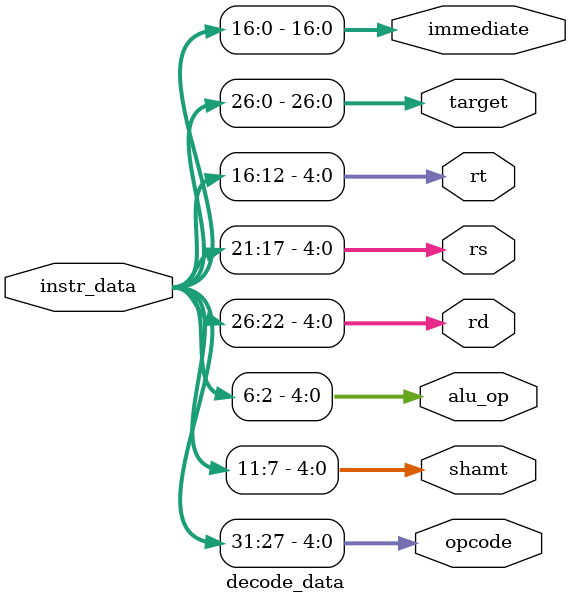
<source format=v>
	module decode_data(instr_data, opcode, rd, rs, rt, shamt, alu_op, immediate, target);
	input [31:0] instr_data;
	output [4:0] opcode, shamt, alu_op;
	output [4:0] rd, rs, rt;
	output [26:0] target;
	output [16:0] immediate;
	
	//applies to multiple
	assign opcode = instr_data[31:27];
	//decode the opcode for info about type
	
	assign rd = instr_data[26:22];
	assign rs = instr_data[21:17];
	
	//R only
	assign rt = instr_data[16:12];
	assign shamt = instr_data[11:7];
	assign alu_op = instr_data[6:2];
	
	//I only
	assign immediate = instr_data[16:0];
	
	//JI only
	assign target = instr_data[26:0];
endmodule

</source>
